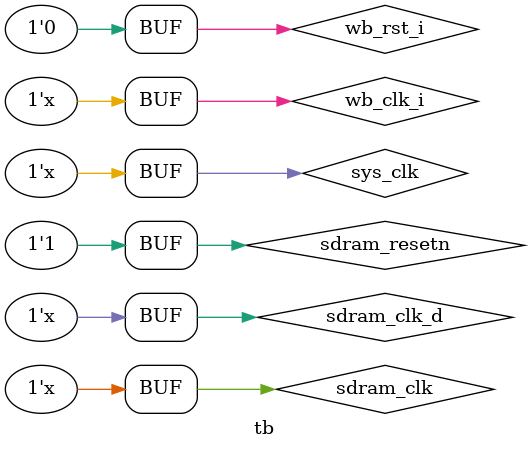
<source format=sv>

`timescale 1ns/1ps
`include "mt48lc2m32b2.v"
`include "testcase1.sv"

module tb;

  parameter P_SYS  = 10;     //    200MHz
  parameter P_SDR  = 20;     //    100MHz

  // General
//  reg            RESETN;
  bit            sdram_clk;
  bit            sys_clk;
  bit 			 wb_clk_i;
  bit 			 wb_rst_i;
  bit 		     sdram_resetn;
  
  initial sys_clk <= 0;
  initial sdram_clk <= 0;
  initial sdram_resetn  <= 1'h1;
   
  // to fix the sdram interface timing issue
  wire #(2.0) sdram_clk_d   = sdram_clk;
  
  assign wb_clk_i = sys_clk;
  assign wb_rst_i = !sdram_resetn;
  
  always #(P_SYS/2) sys_clk = !sys_clk;
  always #(P_SDR/2) sdram_clk = !sdram_clk;
  
  initial begin
    #100
    // Applying reset
    sdram_resetn    <= 1'h0;
    #10000;
    // Releasing reset
    sdram_resetn    <= 1'h1;
  end
  

  //------------------SD RAM Controller Interface-------------// 
  
  sdramc_interface sif(sdram_clk, sys_clk, wb_clk_i, wb_rst_i, sdram_resetn);
  
  //------------------TESTCASE INSTANTIATION-------------// 
  testcase itestcase(sif.testcase_port, sif.testcase_port);
  
  //------------------SDRAM CONTROLLER WITH WISHBONE INSTANTIATION-------------// 
  sdrc_top #(.SDR_DW(32),.SDR_BW(4)) u_dut(
          .cfg_sdr_width      (sif.cfg_sdr_width   ) , 

/* WISH BONE */
    	  .cfg_colbits        (2'b00              ), // 8 Bit Column Address
    	  .wb_rst_i           (wb_rst_i            ),
    	  .wb_clk_i           (wb_clk_i            ),

          .wb_stb_i           (sif.wb_stb_i           ),
          .wb_ack_o           (sif.wb_ack_o           ),
          .wb_addr_i          (sif.wb_addr_i          ),
          .wb_we_i            (sif.wb_we_i            ),
          .wb_dat_i           (sif.wb_dat_i           ),
          .wb_sel_i           (sif.wb_sel_i           ),
          .wb_dat_o           (sif.wb_dat_o           ),
          .wb_cyc_i           (sif.wb_cyc_i           ),
          .wb_cti_i           (sif.wb_cti_i           ), 

/* Interface to SDRAMs */
    	  .sdram_clk          (sdram_clk              ),
    	  .sdram_resetn       (sdram_resetn           ),
          .sdr_cs_n           (sif.sdr_cs_n           ),
          .sdr_cke            (sif.sdr_cke            ),
          .sdr_ras_n          (sif.sdr_ras_n          ),
          .sdr_cas_n          (sif.sdr_cas_n          ),
          .sdr_we_n           (sif.sdr_we_n           ),
    	  .sdr_dqm            (sif.sdr_dqm            ),
          .sdr_ba             (sif.sdr_ba             ),
          .sdr_addr           (sif.sdr_addr           ), 
    	  .sdr_dq             (sif.sdr_dq             ),

    /* Parameters */
          .sdr_init_done      (sif.sdr_init_done      ),
          .cfg_req_depth      (sif.cfg_req_depth      ),	        //how many req. buffer should hold
    	  .cfg_sdr_en         (sif.cfg_sdr_en          ),
    	  .cfg_sdr_mode_reg   (sif.cfg_sdr_mode_reg    ),
    	  .cfg_sdr_tras_d     (sif.cfg_sdr_tras_d      ),
    	  .cfg_sdr_trp_d      (sif.cfg_sdr_trp_d       ),
    	  .cfg_sdr_trcd_d     (sif.cfg_sdr_trcd_d      ),
    	  .cfg_sdr_cas        (sif.cfg_sdr_cas         ),
    	  .cfg_sdr_trcar_d    (sif.cfg_sdr_trcar_d     ),
    	  .cfg_sdr_twr_d      (sif.cfg_sdr_twr_d       ),
    	  .cfg_sdr_rfsh       (sif.cfg_sdr_rfsh        ), // reduced from 12'hC35
    	  .cfg_sdr_rfmax      (sif.cfg_sdr_rfmax       )

  	);
  
  
  
  //------------------SDRAM INSTANTIATION-------------// 
  mt48lc2m32b2 #(.data_bits(32)) u_sdram32 (
    	  .Dq                 (sif.sdr_dq             ), 
          .Addr               (sif.sdr_addr[10:0]     ), 
          .Ba                 (sif.sdr_ba             ), 
    	  .Clk                (sdram_clk_d        ), 
          .Cke                (sif.sdr_cke            ), 
          .Cs_n               (sif.sdr_cs_n           ), 
          .Ras_n              (sif.sdr_ras_n          ), 
          .Cas_n              (sif.sdr_cas_n          ), 
          .We_n               (sif.sdr_we_n           ), 
          .Dqm                (sif.sdr_dqm            )
     );

  
endmodule
</source>
